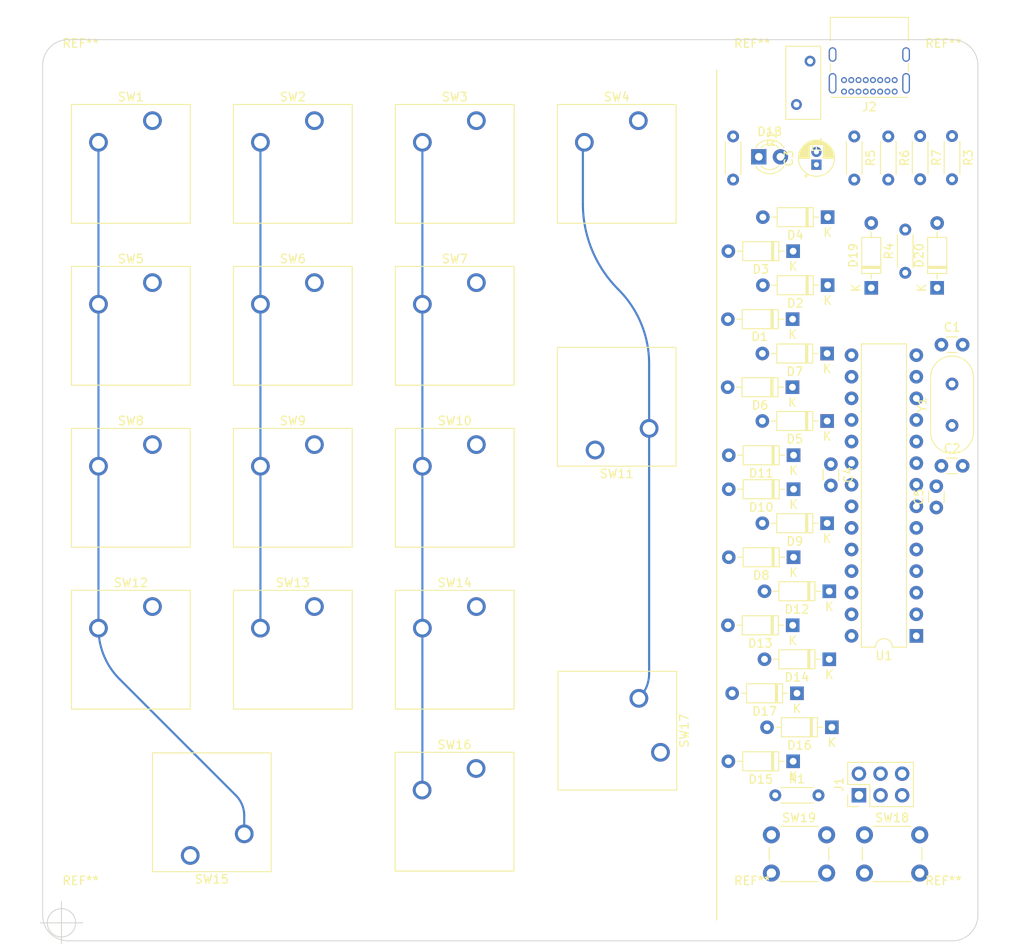
<source format=kicad_pcb>
(kicad_pcb (version 20211014) (generator pcbnew)
  (layers (0 "F.Cu" signal) (31 "B.Cu" signal) (34 "B.Paste" user) (35 "F.Paste" user) (36 "B.SilkS" user "B.Silkscreen") (37 "F.SilkS" user "F.Silkscreen") (38 "B.Mask" user) (39 "F.Mask" user) (44 "Edge.Cuts" user))
  (net 0 "")
  (net 1 "XTAL1")
  (net 4 "GND")
  (net 5 "+5V")
  (net 6 "XTAL2")
  (net 7 "D-")
  (net 8 "D+")
  (net 9 "Net-(D3-Pad2)")
  (net 10 "ROW0")
  (net 11 "Net-(D4-Pad2)")
  (net 12 "ROW1")
  (net 13 "Net-(D5-Pad2)")
  (net 14 "ROW2")
  (net 15 "Net-(D6-Pad2)")
  (net 17 "ROW3")
  (net 18 "Net-(D7-Pad2)")
  (net 19 "ROW4")
  (net 20 "Net-(D8-Pad2)")
  (net 22 "Net-(D9-Pad2)")
  (net 23 "Net-(D10-Pad2)")
  (net 24 "Net-(D11-Pad2)")
  (net 25 "Net-(D12-Pad2)")
  (net 28 "Net-(D13-Pad2)")
  (net 29 "Net-(D14-Pad2)")
  (net 30 "Net-(D15-Pad2)")
  (net 31 "Net-(D16-Pad2)")
  (net 32 "Net-(D17-Pad2)")
  (net 33 "Net-(D18-Pad2)")
  (net 34 "Net-(D1-Pad2)")
  (net 35 "Net-(D2-Pad2)")
  (net 36 "Net-(F1-Pad2)")
  (net 37 "Net-(J2-PadA5)")
  (net 38 "Net-(J2-PadA6)")
  (net 39 "Net-(J2-PadA7)")
  (net 41 "Net-(J2-PadB5)")
  (net 43 "MISO")
  (net 44 "SCK")
  (net 45 "RESET")
  (net 46 "BOOT")
  (net 47 "Net-(SW1-Pad2)")
  (net 48 "Net-(SW13-Pad2)")
  (net 49 "Net-(SW10-Pad2)")
  (net 50 "Net-(SW11-Pad2)")
  (net 51 "COL3")
  (net 52 "COL2")
  (net 53 "COL1")
  (net 54 "COL0")
  (net 55 "MOSI")
  (footprint "MountingHole:MountingHole_2.2mm_M2" (layer "F.Cu") (at 269.75 76.25)
    (fp_text reference "REF**" (at 0 -3.2) (layer "F.SilkS"))
    (fp_text value "MountingHole_2.2mm_M2")
    (pad "" np_thru_hole circle (at 0 0) (size 2.2 2.2) (drill 2.2) (layers *.Cu *.Mask))
  )
  (footprint "Button_Switch_Keyboard:SW_Cherry_MX_1.00u_PCB" (layer "F.Cu") (at 199.2 101.2)
    (fp_text reference "SW5" (at -2.54 -2.794) (layer "F.SilkS"))
    (fp_text value "SW_SPST")
    (pad "" np_thru_hole circle (at -2.54 5.08) (size 4 4) (drill 4) (layers *.Cu *.Mask))
    (pad "" np_thru_hole circle (at 2.54 5.08) (size 1.7 1.7) (drill 1.7) (layers *.Cu *.Mask))
    (pad "" np_thru_hole circle (at -7.62 5.08) (size 1.7 1.7) (drill 1.7) (layers *.Cu *.Mask))
    (pad "1" thru_hole circle (at 0 0) (size 2.2 2.2) (drill 1.5) (layers *.Cu *.Mask) (net 13 "Net-(D5-Pad2)"))
    (pad "2" thru_hole circle (at -6.35 2.54) (size 2.2 2.2) (drill 1.5) (layers *.Cu *.Mask) (net 47 "Net-(SW1-Pad2)"))
  )
  (footprint "Resistor_THT:R_Axial_DIN0204_L3.6mm_D1.6mm_P5.08mm_Horizontal" (layer "F.Cu") (at 293.25 83.96 -90)
    (fp_text reference "R3" (at 2.54 -1.92 90) (layer "F.SilkS"))
    (fp_text value "5.1K")
    (pad "1" thru_hole circle (at 0 0 270) (size 1.4 1.4) (drill 0.7) (layers *.Cu *.Mask) (net 37 "Net-(J2-PadA5)"))
    (pad "2" thru_hole oval (at 5.08 0 270) (size 1.4 1.4) (drill 0.7) (layers *.Cu *.Mask) (net 4 "GND"))
  )
  (footprint "LED_THT:LED_D3.0mm" (layer "F.Cu") (at 270.525 86.4)
    (fp_text reference "D18" (at 1.27 -2.96) (layer "F.SilkS"))
    (fp_text value "LED")
    (pad "1" thru_hole rect (at 0 0) (size 1.8 1.8) (drill 0.9) (layers *.Cu *.Mask) (net 4 "GND"))
    (pad "2" thru_hole circle (at 2.54 0) (size 1.8 1.8) (drill 0.9) (layers *.Cu *.Mask) (net 33 "Net-(D18-Pad2)"))
  )
  (footprint "Button_Switch_Keyboard:SW_Cherry_MX_1.00u_PCB" (layer "F.Cu") (at 199.2 82.15)
    (fp_text reference "SW1" (at -2.54 -2.794) (layer "F.SilkS"))
    (fp_text value "SW_SPST")
    (pad "" np_thru_hole circle (at 2.54 5.08) (size 1.7 1.7) (drill 1.7) (layers *.Cu *.Mask))
    (pad "" np_thru_hole circle (at -2.54 5.08) (size 4 4) (drill 4) (layers *.Cu *.Mask))
    (pad "" np_thru_hole circle (at -7.62 5.08) (size 1.7 1.7) (drill 1.7) (layers *.Cu *.Mask))
    (pad "1" thru_hole circle (at 0 0) (size 2.2 2.2) (drill 1.5) (layers *.Cu *.Mask) (net 34 "Net-(D1-Pad2)"))
    (pad "2" thru_hole circle (at -6.35 2.54) (size 2.2 2.2) (drill 1.5) (layers *.Cu *.Mask) (net 47 "Net-(SW1-Pad2)"))
  )
  (footprint "Diode_THT:D_DO-35_SOD27_P7.62mm_Horizontal" (layer "F.Cu") (at 274.5 105.5 180)
    (fp_text reference "D1" (at 3.88005 -2.04995) (layer "F.SilkS"))
    (fp_text value "D")
    (fp_text user "K" (at 0 -1.8) (layer "F.SilkS"))
    (pad "1" thru_hole rect (at 0 0 180) (size 1.6 1.6) (drill 0.8) (layers *.Cu *.Mask) (net 10 "ROW0"))
    (pad "2" thru_hole oval (at 7.62 0 180) (size 1.6 1.6) (drill 0.8) (layers *.Cu *.Mask) (net 34 "Net-(D1-Pad2)"))
  )
  (footprint "Diode_THT:D_DO-35_SOD27_P7.62mm_Horizontal" (layer "F.Cu") (at 274.56 97.5 180)
    (fp_text reference "D3" (at 3.81 -2.12) (layer "F.SilkS"))
    (fp_text value "D")
    (fp_text user "K" (at 0 -1.8) (layer "F.SilkS"))
    (pad "1" thru_hole rect (at 0 0 180) (size 1.6 1.6) (drill 0.8) (layers *.Cu *.Mask) (net 10 "ROW0"))
    (pad "2" thru_hole oval (at 7.62 0 180) (size 1.6 1.6) (drill 0.8) (layers *.Cu *.Mask) (net 9 "Net-(D3-Pad2)"))
  )
  (footprint "Resistor_THT:R_Axial_DIN0204_L3.6mm_D1.6mm_P5.08mm_Horizontal" (layer "F.Cu") (at 272.46 161.5)
    (fp_text reference "R1" (at 2.54 -1.92) (layer "F.SilkS"))
    (fp_text value "10K")
    (pad "1" thru_hole circle (at 0 0) (size 1.4 1.4) (drill 0.7) (layers *.Cu *.Mask) (net 5 "+5V"))
    (pad "2" thru_hole oval (at 5.08 0) (size 1.4 1.4) (drill 0.7) (layers *.Cu *.Mask) (net 45 "RESET"))
  )
  (footprint "Resistor_THT:R_Axial_DIN0204_L3.6mm_D1.6mm_P5.08mm_Horizontal" (layer "F.Cu") (at 267.5 84 -90)
    (fp_text reference "R2" (at 0.29 -4.5926 90) (layer "F.SilkS"))
    (fp_text value "1.5K")
    (pad "1" thru_hole circle (at 0 0 270) (size 1.4 1.4) (drill 0.7) (layers *.Cu *.Mask) (net 5 "+5V"))
    (pad "2" thru_hole oval (at 5.08 0 270) (size 1.4 1.4) (drill 0.7) (layers *.Cu *.Mask) (net 33 "Net-(D18-Pad2)"))
  )
  (footprint "Button_Switch_THT:SW_PUSH_6mm" (layer "F.Cu") (at 272 166.15)
    (fp_text reference "SW19" (at 3.25 -2) (layer "F.SilkS"))
    (fp_text value "RESET")
    (pad "1" thru_hole circle (at 0 0 90) (size 2 2) (drill 1.1) (layers *.Cu *.Mask) (net 4 "GND"))
    (pad "1" thru_hole circle (at 6.5 0 90) (size 2 2) (drill 1.1) (layers *.Cu *.Mask) (net 4 "GND"))
    (pad "2" thru_hole circle (at 6.5 4.5 90) (size 2 2) (drill 1.1) (layers *.Cu *.Mask) (net 45 "RESET"))
    (pad "2" thru_hole circle (at 0 4.5 90) (size 2 2) (drill 1.1) (layers *.Cu *.Mask) (net 45 "RESET"))
  )
  (footprint "Button_Switch_Keyboard:SW_Cherry_MX_1.00u_PCB" (layer "F.Cu") (at 218.25 101.2)
    (fp_text reference "SW6" (at -2.54 -2.794) (layer "F.SilkS"))
    (fp_text value "SW_SPST")
    (pad "" np_thru_hole circle (at 2.54 5.08) (size 1.7 1.7) (drill 1.7) (layers *.Cu *.Mask))
    (pad "" np_thru_hole circle (at -7.62 5.08) (size 1.7 1.7) (drill 1.7) (layers *.Cu *.Mask))
    (pad "" np_thru_hole circle (at -2.54 5.08) (size 4 4) (drill 4) (layers *.Cu *.Mask))
    (pad "1" thru_hole circle (at 0 0) (size 2.2 2.2) (drill 1.5) (layers *.Cu *.Mask) (net 15 "Net-(D6-Pad2)"))
    (pad "2" thru_hole circle (at -6.35 2.54) (size 2.2 2.2) (drill 1.5) (layers *.Cu *.Mask) (net 48 "Net-(SW13-Pad2)"))
  )
  (footprint "Capacitor_THT:C_Disc_D3.0mm_W1.6mm_P2.50mm" (layer "F.Cu") (at 292 122.75)
    (fp_text reference "C2" (at 1.25 -2.05) (layer "F.SilkS"))
    (fp_text value "22pF")
    (pad "1" thru_hole circle (at 0 0) (size 1.6 1.6) (drill 0.8) (layers *.Cu *.Mask) (net 6 "XTAL2"))
    (pad "2" thru_hole circle (at 2.5 0) (size 1.6 1.6) (drill 0.8) (layers *.Cu *.Mask) (net 4 "GND"))
  )
  (footprint "Diode_THT:D_DO-35_SOD27_P7.62mm_Horizontal" (layer "F.Cu") (at 278.56 109.5375 180)
    (fp_text reference "D7" (at 3.81 -2.12) (layer "F.SilkS"))
    (fp_text value "D")
    (fp_text user "K" (at 0 -1.8) (layer "F.SilkS"))
    (pad "1" thru_hole rect (at 0 0 180) (size 1.6 1.6) (drill 0.8) (layers *.Cu *.Mask) (net 12 "ROW1"))
    (pad "2" thru_hole oval (at 7.62 0 180) (size 1.6 1.6) (drill 0.8) (layers *.Cu *.Mask) (net 18 "Net-(D7-Pad2)"))
  )
  (footprint "Diode_THT:D_DO-35_SOD27_P7.62mm_Horizontal" (layer "F.Cu") (at 274.61 125.5 180)
    (fp_text reference "D10" (at 3.81 -2.12) (layer "F.SilkS"))
    (fp_text value "D")
    (fp_text user "K" (at 0 -1.8) (layer "F.SilkS"))
    (pad "1" thru_hole rect (at 0 0 180) (size 1.6 1.6) (drill 0.8) (layers *.Cu *.Mask) (net 14 "ROW2"))
    (pad "2" thru_hole oval (at 7.62 0 180) (size 1.6 1.6) (drill 0.8) (layers *.Cu *.Mask) (net 23 "Net-(D10-Pad2)"))
  )
  (footprint "Button_Switch_Keyboard:SW_Cherry_MX_1.00u_PCB" (layer "F.Cu") (at 237.3 82.15)
    (fp_text reference "SW3" (at -2.54 -2.794) (layer "F.SilkS"))
    (fp_text value "SW_SPST")
    (pad "" np_thru_hole circle (at -7.62 5.08) (size 1.7 1.7) (drill 1.7) (layers *.Cu *.Mask))
    (pad "" np_thru_hole circle (at -2.54 5.08) (size 4 4) (drill 4) (layers *.Cu *.Mask))
    (pad "" np_thru_hole circle (at 2.54 5.08) (size 1.7 1.7) (drill 1.7) (layers *.Cu *.Mask))
    (pad "1" thru_hole circle (at 0 0) (size 2.2 2.2) (drill 1.5) (layers *.Cu *.Mask) (net 9 "Net-(D3-Pad2)"))
    (pad "2" thru_hole circle (at -6.35 2.54) (size 2.2 2.2) (drill 1.5) (layers *.Cu *.Mask) (net 49 "Net-(SW10-Pad2)"))
  )
  (footprint "Diode_THT:D_DO-35_SOD27_P7.62mm_Horizontal" (layer "F.Cu") (at 278.62 93.5 180)
    (fp_text reference "D4" (at 3.81 -2.12) (layer "F.SilkS"))
    (fp_text value "D")
    (fp_text user "K" (at 0 -1.8) (layer "F.SilkS"))
    (pad "1" thru_hole rect (at 0 0 180) (size 1.6 1.6) (drill 0.8) (layers *.Cu *.Mask) (net 10 "ROW0"))
    (pad "2" thru_hole oval (at 7.62 0 180) (size 1.6 1.6) (drill 0.8) (layers *.Cu *.Mask) (net 11 "Net-(D4-Pad2)"))
  )
  (footprint "Diode_THT:D_DO-35_SOD27_P7.62mm_Horizontal" (layer "F.Cu") (at 274.51 141.5 180)
    (fp_text reference "D13" (at 3.81 -2.12) (layer "F.SilkS"))
    (fp_text value "D")
    (fp_text user "K" (at 0 -1.8) (layer "F.SilkS"))
    (pad "1" thru_hole rect (at 0 0 180) (size 1.6 1.6) (drill 0.8) (layers *.Cu *.Mask) (net 17 "ROW3"))
    (pad "2" thru_hole oval (at 7.62 0 180) (size 1.6 1.6) (drill 0.8) (layers *.Cu *.Mask) (net 28 "Net-(D13-Pad2)"))
  )
  (footprint "Diode_THT:D_DO-35_SOD27_P7.62mm_Horizontal" (layer "F.Cu") (at 274.61 121.5 180)
    (fp_text reference "D11" (at 3.81 -2.12) (layer "F.SilkS"))
    (fp_text value "D")
    (fp_text user "K" (at 0 -1.8) (layer "F.SilkS"))
    (pad "1" thru_hole rect (at 0 0 180) (size 1.6 1.6) (drill 0.8) (layers *.Cu *.Mask) (net 14 "ROW2"))
    (pad "2" thru_hole oval (at 7.62 0 180) (size 1.6 1.6) (drill 0.8) (layers *.Cu *.Mask) (net 24 "Net-(D11-Pad2)"))
  )
  (footprint "Capacitor_THT:CP_Radial_D4.0mm_P1.50mm" (layer "F.Cu") (at 277.3 87.3226 90)
    (fp_text reference "C3" (at 0.75 -3.25 90) (layer "F.SilkS"))
    (fp_text value "4.7uF")
    (pad "1" thru_hole rect (at 0 0 90) (size 1.2 1.2) (drill 0.6) (layers *.Cu *.Mask) (net 5 "+5V"))
    (pad "2" thru_hole circle (at 1.5 0 90) (size 1.2 1.2) (drill 0.6) (layers *.Cu *.Mask) (net 4 "GND"))
  )
  (footprint "Diode_THT:D_DO-35_SOD27_P7.62mm_Horizontal" (layer "F.Cu") (at 278.81 145.5 180)
    (fp_text reference "D14" (at 3.81 -2.12) (layer "F.SilkS"))
    (fp_text value "D")
    (fp_text user "K" (at 0 -1.8) (layer "F.SilkS"))
    (pad "1" thru_hole rect (at 0 0 180) (size 1.6 1.6) (drill 0.8) (layers *.Cu *.Mask) (net 17 "ROW3"))
    (pad "2" thru_hole oval (at 7.62 0 180) (size 1.6 1.6) (drill 0.8) (layers *.Cu *.Mask) (net 29 "Net-(D14-Pad2)"))
  )
  (footprint "Diode_THT:D_DO-35_SOD27_P7.62mm_Horizontal" (layer "F.Cu") (at 274.47875 113.5 180)
    (fp_text reference "D6" (at 3.81 -2.12) (layer "F.SilkS"))
    (fp_text value "D")
    (fp_text user "K" (at 0 -1.8) (layer "F.SilkS"))
    (pad "1" thru_hole rect (at 0 0 180) (size 1.6 1.6) (drill 0.8) (layers *.Cu *.Mask) (net 12 "ROW1"))
    (pad "2" thru_hole oval (at 7.62 0 180) (size 1.6 1.6) (drill 0.8) (layers *.Cu *.Mask) (net 15 "Net-(D6-Pad2)"))
  )
  (footprint "Button_Switch_THT:SW_PUSH_6mm" (layer "F.Cu") (at 282.95 166.15)
    (fp_text reference "SW18" (at 3.25 -2) (layer "F.SilkS"))
    (fp_text value "BOOT")
    (pad "1" thru_hole circle (at 6.5 0 90) (size 2 2) (drill 1.1) (layers *.Cu *.Mask) (net 4 "GND"))
    (pad "1" thru_hole circle (at 0 0 90) (size 2 2) (drill 1.1) (layers *.Cu *.Mask) (net 4 "GND"))
    (pad "2" thru_hole circle (at 0 4.5 90) (size 2 2) (drill 1.1) (layers *.Cu *.Mask) (net 46 "BOOT"))
    (pad "2" thru_hole circle (at 6.5 4.5 90) (size 2 2) (drill 1.1) (layers *.Cu *.Mask) (net 46 "BOOT"))
  )
  (footprint "Diode_THT:D_DO-35_SOD27_P7.62mm_Horizontal" (layer "F.Cu") (at 283.75 101.81 90)
    (fp_text reference "D19" (at 3.81 -2.12 90) (layer "F.SilkS"))
    (fp_text value "3.6V")
    (fp_text user "K" (at 0 -1.8 90) (layer "F.SilkS"))
    (pad "1" thru_hole rect (at 0 0 90) (size 1.6 1.6) (drill 0.8) (layers *.Cu *.Mask) (net 7 "D-"))
    (pad "2" thru_hole oval (at 7.62 0 90) (size 1.6 1.6) (drill 0.8) (layers *.Cu *.Mask) (net 4 "GND"))
  )
  (footprint "Connector_USB:USB_C_Receptacle_GCT_USB4085" (layer "F.Cu") (at 286.5 78.7284 180)
    (fp_text reference "J2" (at 2.975 -1.8) (layer "F.SilkS"))
    (fp_text value "USB_C_Receptacle_USB2.0")
    (pad "A1" thru_hole circle (at 0 0 180) (size 0.7 0.7) (drill 0.4) (layers *.Cu *.Mask) (net 4 "GND"))
    (pad "A4" thru_hole circle (at 0.85 0 180) (size 0.7 0.7) (drill 0.4) (layers *.Cu *.Mask) (net 36 "Net-(F1-Pad2)"))
    (pad "A5" thru_hole circle (at 1.7 0 180) (size 0.7 0.7) (drill 0.4) (layers *.Cu *.Mask) (net 37 "Net-(J2-PadA5)"))
    (pad "A6" thru_hole circle (at 2.55 0 180) (size 0.7 0.7) (drill 0.4) (layers *.Cu *.Mask) (net 38 "Net-(J2-PadA6)"))
    (pad "A7" thru_hole circle (at 3.4 0 180) (size 0.7 0.7) (drill 0.4) (layers *.Cu *.Mask) (net 39 "Net-(J2-PadA7)"))
    (pad "A8" thru_hole circle (at 4.25 0 180) (size 0.7 0.7) (drill 0.4) (layers *.Cu *.Mask))
    (pad "A9" thru_hole circle (at 5.1 0 180) (size 0.7 0.7) (drill 0.4) (layers *.Cu *.Mask) (net 36 "Net-(F1-Pad2)"))
    (pad "A12" thru_hole circle (at 5.95 0 180) (size 0.7 0.7) (drill 0.4) (layers *.Cu *.Mask) (net 4 "GND"))
    (pad "B1" thru_hole circle (at 5.95 1.35 180) (size 0.7 0.7) (drill 0.4) (layers *.Cu *.Mask) (net 4 "GND"))
    (pad "B4" thru_hole circle (at 5.1 1.35 180) (size 0.7 0.7) (drill 0.4) (layers *.Cu *.Mask) (net 36 "Net-(F1-Pad2)"))
    (pad "B5" thru_hole circle (at 4.25 1.35 180) (size 0.7 0.7) (drill 0.4) (layers *.Cu *.Mask) (net 41 "Net-(J2-PadB5)"))
    (pad "B6" thru_hole circle (at 3.4 1.35 180) (size 0.7 0.7) (drill 0.4) (layers *.Cu *.Mask) (net 38 "Net-(J2-PadA6)"))
    (pad "B7" thru_hole circle (at 2.55 1.35 180) (size 0.7 0.7) (drill 0.4) (layers *.Cu *.Mask) (net 39 "Net-(J2-PadA7)"))
    (pad "B8" thru_hole circle (at 1.7 1.35 180) (size 0.7 0.7) (drill 0.4) (layers *.Cu *.Mask))
    (pad "B9" thru_hole circle (at 0.85 1.35 180) (size 0.7 0.7) (drill 0.4) (layers *.Cu *.Mask) (net 36 "Net-(F1-Pad2)"))
    (pad "B12" thru_hole circle (at 0 1.35 180) (size 0.7 0.7) (drill 0.4) (layers *.Cu *.Mask) (net 4 "GND"))
    (pad "S1" thru_hole oval (at 7.3 0.98 180) (size 0.9 2.4) (drill oval 0.6 2.1) (layers *.Cu *.Mask) (net 4 "GND"))
    (pad "S1" thru_hole oval (at -1.35 4.36 180) (size 0.9 1.7) (drill oval 0.6 1.4) (layers *.Cu *.Mask) (net 4 "GND"))
    (pad "S1" thru_hole oval (at 7.3 4.36 180) (size 0.9 1.7) (drill oval 0.6 1.4) (layers *.Cu *.Mask) (net 4 "GND"))
    (pad "S1" thru_hole oval (at -1.35 0.98 180) (size 0.9 2.4) (drill oval 0.6 2.1) (layers *.Cu *.Mask) (net 4 "GND"))
  )
  (footprint "Button_Switch_Keyboard:SW_Cherry_MX_2.00u_PCB" (layer "F.Cu") (at 203.645 168.576 180)
    (fp_text reference "SW15" (at -2.54 -2.794) (layer "F.SilkS"))
    (fp_text value "SW_SPST")
    (pad "" np_thru_hole circle (at 9.36 13.32 180) (size 4 4) (drill 4) (layers *.Cu *.Mask))
    (pad "" np_thru_hole circle (at -2.54 5.08 180) (size 4 4) (drill 4) (layers *.Cu *.Mask))
    (pad "" np_thru_hole circle (at 9.36 -1.92 180) (size 3.05 3.05) (drill 3.05) (layers *.Cu *.Mask))
    (pad "" np_thru_hole circle (at -14.44 13.32 180) (size 4 4) (drill 4) (layers *.Cu *.Mask))
    (pad "" np_thru_hole circle (at 2.54 5.08 180) (size 1.7 1.7) (drill 1.7) (layers *.Cu *.Mask))
    (pad "" np_thru_hole circle (at -7.62 5.08 180) (size 1.7 1.7) (drill 1.7) (layers *.Cu *.Mask))
    (pad "" np_thru_hole circle (at -14.44 -1.92 180) (size 3.05 3.05) (drill 3.05) (layers *.Cu *.Mask))
    (pad "1" thru_hole circle (at 0 0 180) (size 2.2 2.2) (drill 1.5) (layers *.Cu *.Mask) (net 30 "Net-(D15-Pad2)"))
    (pad "2" thru_hole circle (at -6.35 2.54 180) (size 2.2 2.2) (drill 1.5) (layers *.Cu *.Mask) (net 47 "Net-(SW1-Pad2)"))
  )
  (footprint "Button_Switch_Keyboard:SW_Cherry_MX_1.00u_PCB" (layer "F.Cu") (at 237.3 139.3)
    (fp_text reference "SW14" (at -2.54 -2.794) (layer "F.SilkS"))
    (fp_text value "SW_SPST")
    (pad "" np_thru_hole circle (at -2.54 5.08) (size 4 4) (drill 4) (layers *.Cu *.Mask))
    (pad "" np_thru_hole circle (at -7.62 5.08) (size 1.7 1.7) (drill 1.7) (layers *.Cu *.Mask))
    (pad "" np_thru_hole circle (at 2.54 5.08) (size 1.7 1.7) (drill 1.7) (layers *.Cu *.Mask))
    (pad "1" thru_hole circle (at 0 0) (size 2.2 2.2) (drill 1.5) (layers *.Cu *.Mask) (net 29 "Net-(D14-Pad2)"))
    (pad "2" thru_hole circle (at -6.35 2.54) (size 2.2 2.2) (drill 1.5) (layers *.Cu *.Mask) (net 49 "Net-(SW10-Pad2)"))
  )
  (footprint "Resistor_THT:R_Axial_DIN0204_L3.6mm_D1.6mm_P5.08mm_Horizontal" (layer "F.Cu") (at 281.75 84 -90)
    (fp_text reference "R5" (at 2.54 -1.92 90) (layer "F.SilkS"))
    (fp_text value "5.1K")
    (pad "1" thru_hole circle (at 0 0 270) (size 1.4 1.4) (drill 0.7) (layers *.Cu *.Mask) (net 41 "Net-(J2-PadB5)"))
    (pad "2" thru_hole oval (at 5.08 0 270) (size 1.4 1.4) (drill 0.7) (layers *.Cu *.Mask) (net 4 "GND"))
  )
  (footprint "Capacitor_THT:C_Disc_D3.0mm_W1.6mm_P2.50mm" (layer "F.Cu") (at 291.4 127.65 90)
    (fp_text reference "C5" (at 1.25 -2.05 90) (layer "F.SilkS"))
    (fp_text value "0.1uF")
    (pad "1" thru_hole circle (at 0 0 90) (size 1.6 1.6) (drill 0.8) (layers *.Cu *.Mask) (net 5 "+5V"))
    (pad "2" thru_hole circle (at 2.5 0 90) (size 1.6 1.6) (drill 0.8) (layers *.Cu *.Mask) (net 4 "GND"))
  )
  (footprint "Diode_THT:D_DO-35_SOD27_P7.62mm_Horizontal" (layer "F.Cu") (at 278.56 129.5 180)
    (fp_text reference "D9" (at 3.81 -2.12) (layer "F.SilkS"))
    (fp_text value "D")
    (fp_text user "K" (at 0 -1.8) (layer "F.SilkS"))
    (pad "1" thru_hole rect (at 0 0 180) (size 1.6 1.6) (drill 0.8) (layers *.Cu *.Mask) (net 14 "ROW2"))
    (pad "2" thru_hole oval (at 7.62 0 180) (size 1.6 1.6) (drill 0.8) (layers *.Cu *.Mask) (net 22 "Net-(D9-Pad2)"))
  )
  (footprint "Resistor_THT:R_Axial_DIN0204_L3.6mm_D1.6mm_P5.08mm_Horizontal" (layer "F.Cu") (at 289.5 83.96 -90)
    (fp_text reference "R7" (at 2.54 -1.92 90) (layer "F.SilkS"))
    (fp_text value "75R")
    (pad "1" thru_hole circle (at 0 0 270) (size 1.4 1.4) (drill 0.7) (layers *.Cu *.Mask) (net 38 "Net-(J2-PadA6)"))
    (pad "2" thru_hole oval (at 5.08 0 270) (size 1.4 1.4) (drill 0.7) (layers *.Cu *.Mask) (net 8 "D+"))
  )
  (footprint "Package_DIP:DIP-28_W7.62mm" (layer "F.Cu") (at 289.05 142.75 180)
    (fp_text reference "U1" (at 3.81 -2.33) (layer "F.SilkS"))
    (fp_text value "ATmega328-P")
    (pad "1" thru_hole rect (at 0 0 180) (size 1.6 1.6) (drill 0.8) (layers *.Cu *.Mask) (net 45 "RESET"))
    (pad "2" thru_hole oval (at 0 2.54 180) (size 1.6 1.6) (drill 0.8) (layers *.Cu *.Mask))
    (pad "3" thru_hole oval (at 0 5.08 180) (size 1.6 1.6) (drill 0.8) (layers *.Cu *.Mask))
    (pad "4" thru_hole oval (at 0 7.62 180) (size 1.6 1.6) (drill 0.8) (layers *.Cu *.Mask) (net 8 "D+"))
    (pad "5" thru_hole oval (at 0 10.16 180) (size 1.6 1.6) (drill 0.8) (layers *.Cu *.Mask) (net 7 "D-"))
    (pad "6" thru_hole oval (at 0 12.7 180) (size 1.6 1.6) (drill 0.8) (layers *.Cu *.Mask) (net 19 "ROW4"))
    (pad "7" thru_hole oval (at 0 15.24 180) (size 1.6 1.6) (drill 0.8) (layers *.Cu *.Mask) (net 5 "+5V"))
    (pad "8" thru_hole oval (at 0 17.78 180) (size 1.6 1.6) (drill 0.8) (layers *.Cu *.Mask) (net 4 "GND"))
    (pad "9" thru_hole oval (at 0 20.32 180) (size 1.6 1.6) (drill 0.8) (layers *.Cu *.Mask) (net 1 "XTAL1"))
    (pad "10" thru_hole oval (at 0 22.86 180) (size 1.6 1.6) (drill 0.8) (layers *.Cu *.Mask) (net 6 "XTAL2"))
    (pad "11" thru_hole oval (at 0 25.4 180) (size 1.6 1.6) (drill 0.8) (layers *.Cu *.Mask) (net 46 "BOOT"))
    (pad "12" thru_hole oval (at 0 27.94 180) (size 1.6 1.6) (drill 0.8) (layers *.Cu *.Mask) (net 17 "ROW3"))
    (pad "13" thru_hole oval (at 0 30.48 180) (size 1.6 1.6) (drill 0.8) (layers *.Cu *.Mask) (net 14 "ROW2"))
    (pad "14" thru_hole oval (at 0 33.02 180) (size 1.6 1.6) (drill 0.8) (layers *.Cu *.Mask) (net 12 "ROW1"))
    (pad "15" thru_hole oval (at 7.62 33.02 180) (size 1.6 1.6) (drill 0.8) (layers *.Cu *.Mask) (net 10 "ROW0"))
    (pad "16" thru_hole oval (at 7.62 30.48 180) (size 1.6 1.6) (drill 0.8) (layers *.Cu *.Mask))
    (pad "17" thru_hole oval (at 7.62 27.94 180) (size 1.6 1.6) (drill 0.8) (layers *.Cu *.Mask) (net 55 "MOSI"))
    (pad "18" thru_hole oval (at 7.62 25.4 180) (size 1.6 1.6) (drill 0.8) (layers *.Cu *.Mask) (net 43 "MISO"))
    (pad "19" thru_hole oval (at 7.62 22.86 180) (size 1.6 1.6) (drill 0.8) (layers *.Cu *.Mask) (net 44 "SCK"))
    (pad "20" thru_hole oval (at 7.62 20.32 180) (size 1.6 1.6) (drill 0.8) (layers *.Cu *.Mask) (net 5 "+5V"))
    (pad "21" thru_hole oval (at 7.62 17.78 180) (size 1.6 1.6) (drill 0.8) (layers *.Cu *.Mask))
    (pad "22" thru_hole oval (at 7.62 15.24 180) (size 1.6 1.6) (drill 0.8) (layers *.Cu *.Mask) (net 4 "GND"))
    (pad "23" thru_hole oval (at 7.62 12.7 180) (size 1.6 1.6) (drill 0.8) (layers *.Cu *.Mask) (net 54 "COL0"))
    (pad "24" thru_hole oval (at 7.62 10.16 180) (size 1.6 1.6) (drill 0.8) (layers *.Cu *.Mask) (net 53 "COL1"))
    (pad "25" thru_hole oval (at 7.62 7.62 180) (size 1.6 1.6) (drill 0.8) (layers *.Cu *.Mask) (net 52 "COL2"))
    (pad "26" thru_hole oval (at 7.62 5.08 180) (size 1.6 1.6) (drill 0.8) (layers *.Cu *.Mask) (net 51 "COL3"))
    (pad "27" thru_hole oval (at 7.62 2.54 180) (size 1.6 1.6) (drill 0.8) (layers *.Cu *.Mask))
    (pad "28" thru_hole oval (at 7.62 0 180) (size 1.6 1.6) (drill 0.8) (layers *.Cu *.Mask))
  )
  (footprint "Diode_THT:D_DO-35_SOD27_P7.62mm_Horizontal" (layer "F.Cu") (at 274.61 133.5 180)
    (fp_text reference "D8" (at 3.81 -2.12) (layer "F.SilkS"))
    (fp_text value "D")
    (fp_text user "K" (at 0 -1.8) (layer "F.SilkS"))
    (pad "1" thru_hole rect (at 0 0 180) (size 1.6 1.6) (drill 0.8) (layers *.Cu *.Mask) (net 14 "ROW2"))
    (pad "2" thru_hole oval (at 7.62 0 180) (size 1.6 1.6) (drill 0.8) (layers *.Cu *.Mask) (net 20 "Net-(D8-Pad2)"))
  )
  (footprint "Diode_THT:D_DO-35_SOD27_P7.62mm_Horizontal" (layer "F.Cu") (at 291.5 101.81 90)
    (fp_text reference "D20" (at 3.81 -2.12 90) (layer "F.SilkS"))
    (fp_text value "3.6V")
    (fp_text user "K" (at 0 -1.8 90) (layer "F.SilkS"))
    (pad "1" thru_hole rect (at 0 0 90) (size 1.6 1.6) (drill 0.8) (layers *.Cu *.Mask) (net 8 "D+"))
    (pad "2" thru_hole oval (at 7.62 0 90) (size 1.6 1.6) (drill 0.8) (layers *.Cu *.Mask) (net 4 "GND"))
  )
  (footprint "MountingHole:MountingHole_2.2mm_M2" (layer "F.Cu") (at 292.25 174.75)
    (fp_text reference "REF**" (at 0 -3.2) (layer "F.SilkS"))
    (fp_text value "MountingHole_2.2mm_M2")
    (pad "" np_thru_hole circle (at 0 0) (size 2.2 2.2) (drill 2.2) (layers *.Cu *.Mask))
  )
  (footprint "Connector_PinHeader_2.54mm:PinHeader_2x03_P2.54mm_Vertical" (layer "F.Cu") (at 282.3 161.5 90)
    (fp_text reference "J1" (at 1.27 -2.33 90) (layer "F.SilkS"))
    (fp_text value "AVR-ISP-6")
    (pad "1" thru_hole rect (at 0 0 90) (size 1.7 1.7) (drill 1) (layers *.Cu *.Mask) (net 43 "MISO"))
    (pad "2" thru_hole oval (at 2.54 0 90) (size 1.7 1.7) (drill 1) (layers *.Cu *.Mask) (net 5 "+5V"))
    (pad "3" thru_hole oval (at 0 2.54 90) (size 1.7 1.7) (drill 1) (layers *.Cu *.Mask) (net 44 "SCK"))
    (pad "4" thru_hole oval (at 2.54 2.54 90) (size 1.7 1.7) (drill 1) (layers *.Cu *.Mask) (net 43 "MISO"))
    (pad "5" thru_hole oval (at 0 5.08 90) (size 1.7 1.7) (drill 1) (layers *.Cu *.Mask) (net 45 "RESET"))
    (pad "6" thru_hole oval (at 2.54 5.08 90) (size 1.7 1.7) (drill 1) (layers *.Cu *.Mask) (net 4 "GND"))
  )
  (footprint "Fuse:Fuse_BelFuse_0ZRE0005FF_L8.3mm_W3.8mm" (layer "F.Cu") (at 274.95 80.25 90)
    (fp_text reference "F1" (at -4.71 2.41 90) (layer "F.SilkS"))
    (fp_text value "500mA")
    (pad "1" thru_hole circle (at 0 0 90) (size 1.27 1.27) (drill 0.71) (layers *.Cu *.Mask) (net 5 "+5V"))
    (pad "2" thru_hole circle (at 5.1 1.6 90) (size 1.27 1.27) (drill 0.71) (layers *.Cu *.Mask) (net 36 "Net-(F1-Pad2)"))
  )
  (footprint "Button_Switch_Keyboard:SW_Cherry_MX_1.00u_PCB" (layer "F.Cu") (at 199.2 120.25)
    (fp_text reference "SW8" (at -2.54 -2.794) (layer "F.SilkS"))
    (fp_text value "SW_SPST")
    (pad "" np_thru_hole circle (at 2.54 5.08) (size 1.7 1.7) (drill 1.7) (layers *.Cu *.Mask))
    (pad "" np_thru_hole circle (at -2.54 5.08) (size 4 4) (drill 4) (layers *.Cu *.Mask))
    (pad "" np_thru_hole circle (at -7.62 5.08) (size 1.7 1.7) (drill 1.7) (layers *.Cu *.Mask))
    (pad "1" thru_hole circle (at 0 0) (size 2.2 2.2) (drill 1.5) (layers *.Cu *.Mask) (net 20 "Net-(D8-Pad2)"))
    (pad "2" thru_hole circle (at -6.35 2.54) (size 2.2 2.2) (drill 1.5) (layers *.Cu *.Mask) (net 47 "Net-(SW1-Pad2)"))
  )
  (footprint "Button_Switch_Keyboard:SW_Cherry_MX_1.00u_PCB" (layer "F.Cu") (at 237.26825 158.35)
    (fp_text reference "SW16" (at -2.54 -2.794) (layer "F.SilkS"))
    (fp_text value "SW_SPST")
    (pad "" np_thru_hole circle (at 2.54 5.08) (size 1.7 1.7) (drill 1.7) (layers *.Cu *.Mask))
    (pad "" np_thru_hole circle (at -2.54 5.08) (size 4 4) (drill 4) (layers *.Cu *.Mask))
    (pad "" np_thru_hole circle (at -7.62 5.08) (size 1.7 1.7) (drill 1.7) (layers *.Cu *.Mask))
    (pad "1" thru_hole circle (at 0 0) (size 2.2 2.2) (drill 1.5) (layers *.Cu *.Mask) (net 31 "Net-(D16-Pad2)"))
    (pad "2" thru_hole circle (at -6.35 2.54) (size 2.2 2.2) (drill 1.5) (layers *.Cu *.Mask) (net 49 "Net-(SW10-Pad2)"))
  )
  (footprint "Button_Switch_Keyboard:SW_Cherry_MX_1.00u_PCB" (layer "F.Cu") (at 218.25 120.25)
    (fp_text reference "SW9" (at -2.54 -2.794) (layer "F.SilkS"))
    (fp_text value "SW_SPST")
    (pad "" np_thru_hole circle (at -7.62 5.08) (size 1.7 1.7) (drill 1.7) (layers *.Cu *.Mask))
    (pad "" np_thru_hole circle (at -2.54 5.08) (size 4 4) (drill 4) (layers *.Cu *.Mask))
    (pad "" np_thru_hole circle (at 2.54 5.08) (size 1.7 1.7) (drill 1.7) (layers *.Cu *.Mask))
    (pad "1" thru_hole circle (at 0 0) (size 2.2 2.2) (drill 1.5) (layers *.Cu *.Mask) (net 22 "Net-(D9-Pad2)"))
    (pad "2" thru_hole circle (at -6.35 2.54) (size 2.2 2.2) (drill 1.5) (layers *.Cu *.Mask) (net 48 "Net-(SW13-Pad2)"))
  )
  (footprint "Button_Switch_Keyboard:SW_Cherry_MX_1.00u_PCB" (layer "F.Cu") (at 218.25 82.15)
    (fp_text reference "SW2" (at -2.54 -2.794) (layer "F.SilkS"))
    (fp_text value "SW_SPST")
    (pad "" np_thru_hole circle (at 2.54 5.08) (size 1.7 1.7) (drill 1.7) (layers *.Cu *.Mask))
    (pad "" np_thru_hole circle (at -7.62 5.08) (size 1.7 1.7) (drill 1.7) (layers *.Cu *.Mask))
    (pad "" np_thru_hole circle (at -2.54 5.08) (size 4 4) (drill 4) (layers *.Cu *.Mask))
    (pad "1" thru_hole circle (at 0 0) (size 2.2 2.2) (drill 1.5) (layers *.Cu *.Mask) (net 35 "Net-(D2-Pad2)"))
    (pad "2" thru_hole circle (at -6.35 2.54) (size 2.2 2.2) (drill 1.5) (layers *.Cu *.Mask) (net 48 "Net-(SW13-Pad2)"))
  )
  (footprint "Resistor_THT:R_Axial_DIN0204_L3.6mm_D1.6mm_P5.08mm_Horizontal" (layer "F.Cu") (at 287.75 100.04 90)
    (fp_text reference "R4" (at 2.54 -1.92 90) (layer "F.SilkS"))
    (fp_text value "1.5K")
    (pad "1" thru_hole circle (at 0 0 90) (size 1.4 1.4) (drill 0.7) (layers *.Cu *.Mask) (net 7 "D-"))
    (pad "2" thru_hole oval (at 5.08 0 90) (size 1.4 1.4) (drill 0.7) (layers *.Cu *.Mask) (net 5 "+5V"))
  )
  (footprint "Button_Switch_Keyboard:SW_Cherry_MX_1.00u_PCB" (layer "F.Cu") (at 237.3 101.2)
    (fp_text reference "SW7" (at -2.54 -2.794) (layer "F.SilkS"))
    (fp_text value "SW_SPST")
    (pad "" np_thru_hole circle (at -2.54 5.08) (size 4 4) (drill 4) (layers *.Cu *.Mask))
    (pad "" np_thru_hole circle (at -7.62 5.08) (size 1.7 1.7) (drill 1.7) (layers *.Cu *.Mask))
    (pad "" np_thru_hole circle (at 2.54 5.08) (size 1.7 1.7) (drill 1.7) (layers *.Cu *.Mask))
    (pad "1" thru_hole circle (at 0 0) (size 2.2 2.2) (drill 1.5) (layers *.Cu *.Mask) (net 18 "Net-(D7-Pad2)"))
    (pad "2" thru_hole circle (at -6.35 2.54) (size 2.2 2.2) (drill 1.5) (layers *.Cu *.Mask) (net 49 "Net-(SW10-Pad2)"))
  )
  (footprint "MountingHole:MountingHole_2.2mm_M2" (layer "F.Cu") (at 269.75 174.75)
    (fp_text reference "REF**" (at 0 -3.2) (layer "F.SilkS"))
    (fp_text value "MountingHole_2.2mm_M2")
    (pad "" np_thru_hole circle (at 0 0) (size 2.2 2.2) (drill 2.2) (layers *.Cu *.Mask))
  )
  (footprint "Resistor_THT:R_Axial_DIN0204_L3.6mm_D1.6mm_P5.08mm_Horizontal" (layer "F.Cu") (at 285.75 84 -90)
    (fp_text reference "R6" (at 2.54 -1.92 90) (layer "F.SilkS"))
    (fp_text value "75R")
    (pad "1" thru_hole circle (at 0 0 270) (size 1.4 1.4) (drill 0.7) (layers *.Cu *.Mask) (net 39 "Net-(J2-PadA7)"))
    (pad "2" thru_hole oval (at 5.08 0 270) (size 1.4 1.4) (drill 0.7) (layers *.Cu *.Mask) (net 7 "D-"))
  )
  (footprint "Diode_THT:D_DO-35_SOD27_P7.62mm_Horizontal" (layer "F.Cu") (at 278.62 101.5 180)
    (fp_text reference "D2" (at 3.81 -2.12) (layer "F.SilkS"))
    (fp_text value "D")
    (fp_text user "K" (at 0 -1.8) (layer "F.SilkS"))
    (pad "1" thru_hole rect (at 0 0 180) (size 1.6 1.6) (drill 0.8) (layers *.Cu *.Mask) (net 10 "ROW0"))
    (pad "2" thru_hole oval (at 7.62 0 180) (size 1.6 1.6) (drill 0.8) (layers *.Cu *.Mask) (net 35 "Net-(D2-Pad2)"))
  )
  (footprint "Crystal:Crystal_HC49-4H_Vertical" (layer "F.Cu") (at 293.25 118 90)
    (fp_text reference "Y1" (at 2.44 -3.525 90) (layer "F.SilkS"))
    (fp_text value "Crystal")
    (pad "1" thru_hole circle (at 0 0 90) (size 1.5 1.5) (drill 0.8) (layers *.Cu *.Mask) (net 6 "XTAL2"))
    (pad "2" thru_hole circle (at 4.88 0 90) (size 1.5 1.5) (drill 0.8) (layers *.Cu *.Mask) (net 1 "XTAL1"))
  )
  (footprint "Diode_THT:D_DO-35_SOD27_P7.62mm_Horizontal" (layer "F.Cu") (at 278.56 117.475 180)
    (fp_text reference "D5" (at 3.81 -2.12) (layer "F.SilkS"))
    (fp_text value "D")
    (fp_text user "K" (at 0 -1.8) (layer "F.SilkS"))
    (pad "1" thru_hole rect (at 0 0 180) (size 1.6 1.6) (drill 0.8) (layers *.Cu *.Mask) (net 12 "ROW1"))
    (pad "2" thru_hole oval (at 7.62 0 180) (size 1.6 1.6) (drill 0.8) (layers *.Cu *.Mask) (net 13 "Net-(D5-Pad2)"))
  )
  (footprint "MountingHole:MountingHole_2.2mm_M2" (layer "F.Cu") (at 190.75 174.75)
    (fp_text reference "REF**" (at 0 -3.2) (layer "F.SilkS"))
    (fp_text value "MountingHole_2.2mm_M2")
    (pad "" np_thru_hole circle (at 0 0) (size 2.2 2.2) (drill 2.2) (layers *.Cu *.Mask))
  )
  (footprint "Button_Switch_Keyboard:SW_Cherry_MX_2.00u_Vertical_PCB" (layer "F.Cu") (at 251.27 120.885 180)
    (fp_text reference "SW11" (at -2.54 -2.794) (layer "F.SilkS"))
    (fp_text value "SW_SPST")
    (pad "" np_thru_hole circle (at -9.54 -6.82 180) (size 3.05 3.05) (drill 3.05) (layers *.Cu *.Mask))
    (pad "" np_thru_hole circle (at 5.7 -6.82 180) (size 4 4) (drill 4) (layers *.Cu *.Mask))
    (pad "" np_thru_hole circle (at 5.7 16.98 180) (size 4 4) (drill 4) (layers *.Cu *.Mask))
    (pad "" np_thru_hole circle (at -2.54 5.08 180) (size 4 4) (drill 4) (layers *.Cu *.Mask))
    (pad "" np_thru_hole circle (at 2.54 5.08 180) (size 1.7 1.7) (drill 1.7) (layers *.Cu *.Mask))
    (pad "" np_thru_hole circle (at -7.62 5.08 180) (size 1.7 1.7) (drill 1.7) (layers *.Cu *.Mask))
    (pad "" np_thru_hole circle (at -9.54 16.98 180) (size 3.05 3.05) (drill 3.05) (layers *.Cu *.Mask))
    (pad "1" thru_hole circle (at 0 0 180) (size 2.2 2.2) (drill 1.5) (layers *.Cu *.Mask) (net 24 "Net-(D11-Pad2)"))
    (pad "2" thru_hole circle (at -6.35 2.54 180) (size 2.2 2.2) (drill 1.5) (layers *.Cu *.Mask) (net 50 "Net-(SW11-Pad2)"))
  )
  (footprint "Button_Switch_Keyboard:SW_Cherry_MX_2.00u_PCB" (layer "F.Cu") (at 258.956 156.445 -90)
    (fp_text reference "SW17" (at -2.54 -2.794 90) (layer "F.SilkS"))
    (fp_text value "SW_SPST")
    (pad "" np_thru_hole circle (at 9.36 -1.92 270) (size 3.05 3.05) (drill 3.05) (layers *.Cu *.Mask))
    (pad "" np_thru_hole circle (at -7.62 5.08 270) (size 1.7 1.7) (drill 1.7) (layers *.Cu *.Mask))
    (pad "" np_thru_hole circle (at 9.36 13.32 270) (size 4 4) (drill 4) (layers *.Cu *.Mask))
    (pad "" np_thru_hole circle (at -14.44 -1.92 270) (size 3.05 3.05) (drill 3.05) (layers *.Cu *.Mask))
    (pad "" np_thru_hole circle (at 2.54 5.08 270) (size 1.7 1.7) (drill 1.7) (layers *.Cu *.Mask))
    (pad "" np_thru_hole circle (at -2.54 5.08 270) (size 4 4) (drill 4) (layers *.Cu *.Mask))
    (pad "" np_thru_hole circle (at -14.44 13.32 270) (size 4 4) (drill 4) (layers *.Cu *.Mask))
    (pad "1" thru_hole circle (at 0 0 270) (size 2.2 2.2) (drill 1.5) (layers *.Cu *.Mask) (net 32 "Net-(D17-Pad2)"))
    (pad "2" thru_hole circle (at -6.35 2.54 270) (size 2.2 2.2) (drill 1.5) (layers *.Cu *.Mask) (net 50 "Net-(SW11-Pad2)"))
  )
  (footprint "MountingHole:MountingHole_2.2mm_M2" (layer "F.Cu") (at 190.75 76.25)
    (fp_text reference "REF**" (at 0 -3.2) (layer "F.SilkS"))
    (fp_text value "MountingHole_2.2mm_M2")
    (pad "" np_thru_hole circle (at 0 0) (size 2.2 2.2) (drill 2.2) (layers *.Cu *.Mask))
  )
  (footprint "Diode_THT:D_DO-35_SOD27_P7.62mm_Horizontal" (layer "F.Cu") (at 275.01 149.5 180)
    (fp_text reference "D17" (at 3.81 -2.12) (layer "F.SilkS"))
    (fp_text value "D")
    (fp_text user "K" (at 0 -1.8) (layer "F.SilkS"))
    (pad "1" thru_hole rect (at 0 0 180) (size 1.6 1.6) (drill 0.8) (layers *.Cu *.Mask) (net 19 "ROW4"))
    (pad "2" thru_hole oval (at 7.62 0 180) (size 1.6 1.6) (drill 0.8) (layers *.Cu *.Mask) (net 32 "Net-(D17-Pad2)"))
  )
  (footprint "Capacitor_THT:C_Disc_D3.0mm_W1.6mm_P2.50mm" (layer "F.Cu") (at 292 108.5)
    (fp_text reference "C1" (at 1.25 -2.05) (layer "F.SilkS"))
    (fp_text value "22pF")
    (pad "1" thru_hole circle (at 0 0) (size 1.6 1.6) (drill 0.8) (layers *.Cu *.Mask) (net 1 "XTAL1"))
    (pad "2" thru_hole circle (at 2.5 0) (size 1.6 1.6) (drill 0.8) (layers *.Cu *.Mask) (net 4 "GND"))
  )
  (footprint "Button_Switch_Keyboard:SW_Cherry_MX_1.00u_PCB" (layer "F.Cu") (at 218.25 139.3)
    (fp_text reference "SW13" (at -2.54 -2.794) (layer "F.SilkS"))
    (fp_text value "SW_SPST")
    (pad "" np_thru_hole circle (at 2.54 5.08) (size 1.7 1.7) (drill 1.7) (layers *.Cu *.Mask))
    (pad "" np_thru_hole circle (at -7.62 5.08) (size 1.7 1.7) (drill 1.7) (layers *.Cu *.Mask))
    (pad "" np_thru_hole circle (at -2.54 5.08) (size 4 4) (drill 4) (layers *.Cu *.Mask))
    (pad "1" thru_hole circle (at 0 0) (size 2.2 2.2) (drill 1.5) (layers *.Cu *.Mask) (net 28 "Net-(D13-Pad2)"))
    (pad "2" thru_hole circle (at -6.35 2.54) (size 2.2 2.2) (drill 1.5) (layers *.Cu *.Mask) (net 48 "Net-(SW13-Pad2)"))
  )
  (footprint "Diode_THT:D_DO-35_SOD27_P7.62mm_Horizontal" (layer "F.Cu") (at 279.11 153.5 180)
    (fp_text reference "D16" (at 3.81 -2.12) (layer "F.SilkS"))
    (fp_text value "D")
    (fp_text user "K" (at 0 -1.8) (layer "F.SilkS"))
    (pad "1" thru_hole rect (at 0 0 180) (size 1.6 1.6) (drill 0.8) (layers *.Cu *.Mask) (net 19 "ROW4"))
    (pad "2" thru_hole oval (at 7.62 0 180) (size 1.6 1.6) (drill 0.8) (layers *.Cu *.Mask) (net 31 "Net-(D16-Pad2)"))
  )
  (footprint "Button_Switch_Keyboard:SW_Cherry_MX_1.00u_PCB" (layer "F.Cu") (at 256.351564 82.15)
    (fp_text reference "SW4" (at -2.54 -2.794) (layer "F.SilkS"))
    (fp_text value "SW_SPST")
    (pad "" np_thru_hole circle (at -2.54 5.08) (size 4 4) (drill 4) (layers *.Cu *.Mask))
    (pad "" np_thru_hole circle (at 2.54 5.08) (size 1.7 1.7) (drill 1.7) (layers *.Cu *.Mask))
    (pad "" np_thru_hole circle (at -7.62 5.08) (size 1.7 1.7) (drill 1.7) (layers *.Cu *.Mask))
    (pad "1" thru_hole circle (at 0 0) (size 2.2 2.2) (drill 1.5) (layers *.Cu *.Mask) (net 11 "Net-(D4-Pad2)"))
    (pad "2" thru_hole circle (at -6.35 2.54) (size 2.2 2.2) (drill 1.5) (layers *.Cu *.Mask) (net 50 "Net-(SW11-Pad2)"))
  )
  (footprint "Button_Switch_Keyboard:SW_Cherry_MX_1.00u_PCB" (layer "F.Cu") (at 199.2 139.3)
    (fp_text reference "SW12" (at -2.54 -2.794) (layer "F.SilkS"))
    (fp_text value "SW_SPST")
    (pad "" np_thru_hole circle (at 2.54 5.08) (size 1.7 1.7) (drill 1.7) (layers *.Cu *.Mask))
    (pad "" np_thru_hole circle (at -7.62 5.08) (size 1.7 1.7) (drill 1.7) (layers *.Cu *.Mask))
    (pad "" np_thru_hole circle (at -2.54 5.08) (size 4 4) (drill 4) (layers *.Cu *.Mask))
    (pad "1" thru_hole circle (at 0 0) (size 2.2 2.2) (drill 1.5) (layers *.Cu *.Mask) (net 25 "Net-(D12-Pad2)"))
    (pad "2" thru_hole circle (at -6.35 2.54) (size 2.2 2.2) (drill 1.5) (layers *.Cu *.Mask) (net 47 "Net-(SW1-Pad2)"))
  )
  (footprint "Diode_THT:D_DO-35_SOD27_P7.62mm_Horizontal" (layer "F.Cu") (at 278.81 137.5 180)
    (fp_text reference "D12" (at 3.81 -2.12) (layer "F.SilkS"))
    (fp_text value "D")
    (fp_text user "K" (at 0 -1.8) (layer "F.SilkS"))
    (pad "1" thru_hole rect (at 0 0 180) (size 1.6 1.6) (drill 0.8) (layers *.Cu *.Mask) (net 17 "ROW3"))
    (pad "2" thru_hole oval (at 7.62 0 180) (size 1.6 1.6) (drill 0.8) (layers *.Cu *.Mask) (net 25 "Net-(D12-Pad2)"))
  )
  (footprint "Capacitor_THT:C_Disc_D3.0mm_W1.6mm_P2.50mm" (layer "F.Cu") (at 279 122.55 -90)
    (fp_text reference "C4" (at 1.25 -2.05 90) (layer "F.SilkS"))
    (fp_text value "0.1uF")
    (pad "1" thru_hole circle (at 0 0 270) (size 1.6 1.6) (drill 0.8) (layers *.Cu *.Mask) (net 5 "+5V"))
    (pad "2" thru_hole circle (at 2.5 0 270) (size 1.6 1.6) (drill 0.8) (layers *.Cu *.Mask) (net 4 "GND"))
  )
  (footprint "Button_Switch_Keyboard:SW_Cherry_MX_1.00u_PCB" (layer "F.Cu") (at 237.3 120.25)
    (fp_text reference "SW10" (at -2.54 -2.794) (layer "F.SilkS"))
    (fp_text value "SW_SPST")
    (pad "" np_thru_hole circle (at -2.54 5.08) (size 4 4) (drill 4) (layers *.Cu *.Mask))
    (pad "" np_thru_hole circle (at -7.62 5.08) (size 1.7 1.7) (drill 1.7) (layers *.Cu *.Mask))
    (pad "" np_thru_hole circle (at 2.54 5.08) (size 1.7 1.7) (drill 1.7) (layers *.Cu *.Mask))
    (pad "1" thru_hole circle (at 0 0) (size 2.2 2.2) (drill 1.5) (layers *.Cu *.Mask) (net 23 "Net-(D10-Pad2)"))
    (pad "2" thru_hole circle (at -6.35 2.54) (size 2.2 2.2) (drill 1.5) (layers *.Cu *.Mask) (net 49 "Net-(SW10-Pad2)"))
  )
  (footprint "Diode_THT:D_DO-35_SOD27_P7.62mm_Horizontal" (layer "F.Cu") (at 274.56 157.5 180)
    (fp_text reference "D15" (at 3.81 -2.12) (layer "F.SilkS"))
    (fp_text value "D")
    (fp_text user "K" (at 0 -1.8) (layer "F.SilkS"))
    (pad "1" thru_hole rect (at 0 0 180) (size 1.6 1.6) (drill 0.8) (layers *.Cu *.Mask) (net 19 "ROW4"))
    (pad "2" thru_hole oval (at 7.62 0 180) (size 1.6 1.6) (drill 0.8) (layers *.Cu *.Mask) (net 30 "Net-(D15-Pad2)"))
  )
  (footprint "MountingHole:MountingHole_2.2mm_M2" (layer "F.Cu") (at 292.25 76.25)
    (fp_text reference "REF**" (at 0 -3.2) (layer "F.SilkS"))
    (fp_text value "MountingHole_2.2mm_M2")
    (pad "" np_thru_hole circle (at 0 0) (size 2.2 2.2) (drill 2.2) (layers *.Cu *.Mask))
  )
  (gr_rect (start 265.5604 76.2151) (end 265.5604 176.1641) (layer "F.SilkS") (width 0.15) (fill none))
  (gr_line (start 293.287 178.618) (end 260.287 178.618) (layer "Edge.Cuts") (width 0.1))
  (gr_line (start 296.287 75.618) (end 296.287 175.618) (layer "Edge.Cuts") (width 0.1))
  (gr_arc (start 186.287 75.618) (mid 187.16568 73.49668) (end 189.287 72.618) (layer "Edge.Cuts") (width 0.1))
  (gr_line (start 293.287 72.618) (end 189.287 72.618) (layer "Edge.Cuts") (width 0.1))
  (gr_line (start 189.287 178.618) (end 260.287 178.618) (layer "Edge.Cuts") (width 0.1))
  (gr_line (start 186.287 75.618) (end 186.287 175.618) (layer "Edge.Cuts") (width 0.1))
  (gr_arc (start 293.287 72.618) (mid 295.40832 73.49668) (end 296.287 75.618) (layer "Edge.Cuts") (width 0.1))
  (gr_arc (start 296.287 175.618) (mid 295.40832 177.73932) (end 293.287 178.618) (layer "Edge.Cuts") (width 0.1))
  (gr_arc (start 189.287 178.618) (mid 187.16568 177.73932) (end 186.287 175.618) (layer "Edge.Cuts") (width 0.1))
  (target plus (at 188.5 176.5) (size 5) (width 0.1) (layer "Edge.Cuts"))
  (segment (start 192.85 84.69) (end 192.85 103.74) (width 0.25) (layer "B.Cu") (net 47))
  (segment (start 192.85 103.74) (end 192.85 122.79) (width 0.25) (layer "B.Cu") (net 47))
  (segment (start 209.995 163.902142) (end 209.995 166.036) (width 0.25) (layer "B.Cu") (net 47))
  (segment (start 195.331945 147.831945) (end 209 161.5) (width 0.25) (layer "B.Cu") (net 47))
  (segment (start 192.85 122.79) (end 192.85 141.84) (width 0.25) (layer "B.Cu") (net 47))
  (arc (start 192.85 141.84) (mid 193.495036 145.082817) (end 195.331945 147.831945) (width 0.25) (layer "B.Cu") (net 47))
  (arc (start 209 161.5) (mid 209.736408 162.602112) (end 209.995 163.902142) (width 0.25) (layer "B.Cu") (net 47))
  (segment (start 211.9 103.74) (end 211.9 122.79) (width 0.25) (layer "B.Cu") (net 48))
  (segment (start 211.9 84.69) (end 211.9 103.74) (width 0.25) (layer "B.Cu") (net 48))
  (segment (start 211.9 141.84) (end 211.9 122.79) (width 0.25) (layer "B.Cu") (net 48))
  (segment (start 230.95 122.79) (end 230.95 141.84) (width 0.25) (layer "B.Cu") (net 49))
  (segment (start 230.95 103.74) (end 230.95 122.79) (width 0.25) (layer "B.Cu") (net 49))
  (segment (start 230.95 84.69) (end 230.95 103.74) (width 0.25) (layer "B.Cu") (net 49))
  (segment (start 230.95 141.84) (end 230.95 160.813349) (width 0.25) (layer "B.Cu") (net 49))
  (arc (start 230.95 160.813349) (mid 230.941748 160.854832) (end 230.91825 160.89) (width 0.25) (layer "B.Cu") (net 49))
  (segment (start 257.62 118.345) (end 257.62 147.188287) (width 0.25) (layer "B.Cu") (net 50))
  (segment (start 257.62 110.739453) (end 257.62 118.345) (width 0.25) (layer "B.Cu") (net 50))
  (segment (start 249.873 84.69) (end 249.828001 84.734999) (width 0.25) (layer "B.Cu") (net 50))
  (segment (start 249.828001 84.734999) (end 249.828001 91.927904) (width 0.25) (layer "B.Cu") (net 50))
  (arc (start 254 102) (mid 256.679193 106.009695) (end 257.62 110.739453) (width 0.25) (layer "B.Cu") (net 50))
  (arc (start 249.828001 91.927904) (mid 250.912268 97.378883) (end 254 102) (width 0.25) (layer "B.Cu") (net 50))
  (arc (start 257.62 147.188287) (mid 257.30709 148.761389) (end 256.416 150.095) (width 0.25) (layer "B.Cu") (net 50))
)
</source>
